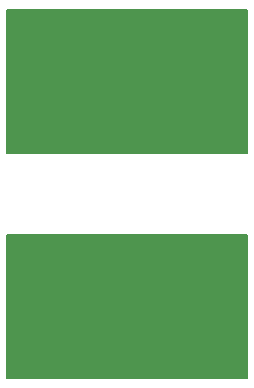
<source format=gbr>
%FSLAX34Y34*%
%MOMM*%
%LNOUTLINE*%
G71*
G01*
%ADD10C,0.150*%
%LPD*%
G36*
X1268070Y432080D02*
X1268070Y311430D01*
X1064870Y311430D01*
X1064870Y432080D01*
X1268070Y432080D01*
G37*
G54D10*
X1268070Y432080D02*
X1268070Y311430D01*
X1064870Y311430D01*
X1064870Y432080D01*
X1268070Y432080D01*
G36*
X1268070Y241580D02*
X1268070Y120930D01*
X1064870Y120930D01*
X1064870Y241580D01*
X1268070Y241580D01*
G37*
G54D10*
X1268070Y241580D02*
X1268070Y120930D01*
X1064870Y120930D01*
X1064870Y241580D01*
X1268070Y241580D01*
M02*

</source>
